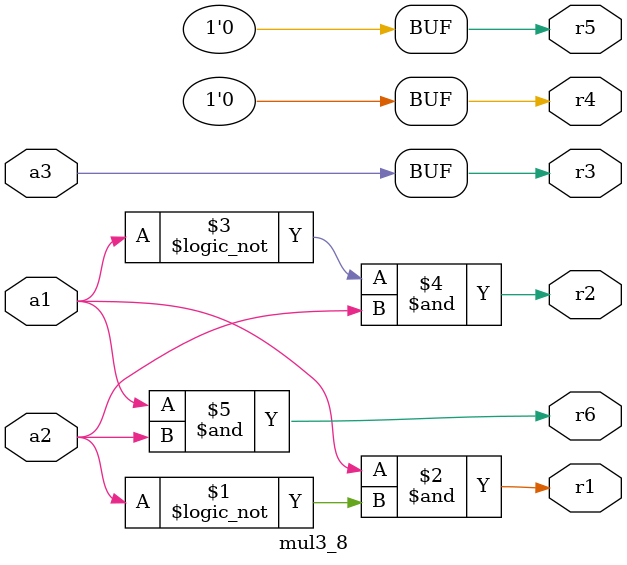
<source format=v>
module mul3_8 (input a1,
                a2,
                a3,
                output r1,
                r2,
                r3,
                r4,
                r5,
                r6);

    assign r1 = (a1&!a2);

    assign r2 = (!a1&a2);

    assign r3 = (a3);

    assign r4 = (0);

    assign r5 = (0);

    assign r6 = (a1&a2);


endmodule
</source>
